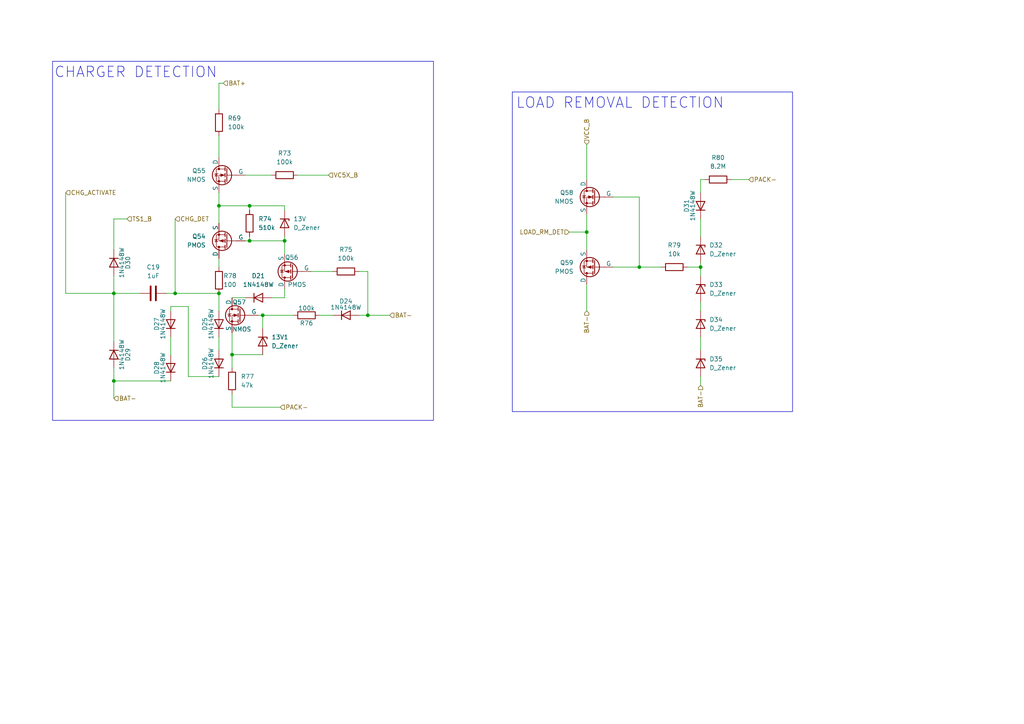
<source format=kicad_sch>
(kicad_sch (version 20231120) (generator "eeschema") (generator_version "8.0")
  (paper "A4")
  (lib_symbols
    (symbol "Device:C" (pin_numbers hide) (pin_names (offset 0.254))
      (property "Reference" "C" (at 0.635 2.54 0))
      (property "Value" "C" (at 0.635 -2.54 0))
      (symbol "C_0_1"
        (polyline (pts (xy -2.032 -0.762) (xy 2.032 -0.762)) (stroke (width 0.508)))
        (polyline (pts (xy -2.032 0.762) (xy 2.032 0.762)) (stroke (width 0.508)))
      )
      (symbol "C_1_1"
        (pin passive line (at 0 3.81 270) (length 2.794) (name "~") (number "1"))
        (pin passive line (at 0 -3.81 90) (length 2.794) (name "~") (number "2"))
      )
    )
    (symbol "Device:D_Zener" (pin_numbers hide) (pin_names (offset 1.016) hide)
      (property "Reference" "D" (at 0 2.54 0))
      (property "Value" "D_Zener" (at 0 -2.54 0))
      (symbol "D_Zener_0_1"
        (polyline (pts (xy 1.27 0) (xy -1.27 0)))
        (polyline (pts (xy -1.27 -1.27) (xy -1.27 1.27) (xy -0.762 1.27)) (stroke (width 0.254)))
        (polyline (pts (xy 1.27 -1.27) (xy 1.27 1.27) (xy -1.27 0) (xy 1.27 -1.27)) (stroke (width 0.254)))
      )
      (symbol "D_Zener_1_1"
        (pin passive line (at -3.81 0 0) (length 2.54) (name "K") (number "1"))
        (pin passive line (at 3.81 0 180) (length 2.54) (name "A") (number "2"))
      )
    )
    (symbol "Device:R" (pin_numbers hide) (pin_names (offset 0))
      (property "Reference" "R" (at 2.032 0 90))
      (property "Value" "R" (at 0 0 90))
      (symbol "R_0_1"
        (rectangle (start -1.016 -2.54) (end 1.016 2.54) (stroke (width 0.254)))
      )
      (symbol "R_1_1"
        (pin passive line (at 0 3.81 270) (length 1.27) (name "~") (number "1"))
        (pin passive line (at 0 -3.81 90) (length 1.27) (name "~") (number "2"))
      )
    )
    (symbol "Diode:1N4148W" (pin_numbers hide) (pin_names hide)
      (property "Reference" "D" (at 0 2.54 0))
      (property "Value" "1N4148W" (at 0 -2.54 0))
      (symbol "1N4148W_0_1"
        (polyline (pts (xy -1.27 1.27) (xy -1.27 -1.27)) (stroke (width 0.254)))
        (polyline (pts (xy 1.27 0) (xy -1.27 0)))
        (polyline (pts (xy 1.27 1.27) (xy 1.27 -1.27) (xy -1.27 0) (xy 1.27 1.27)) (stroke (width 0.254)))
      )
      (symbol "1N4148W_1_1"
        (pin passive line (at -3.81 0 0) (length 2.54) (name "K") (number "1"))
        (pin passive line (at 3.81 0 180) (length 2.54) (name "A") (number "2"))
      )
    )
    (symbol "Simulation_SPICE:NMOS" (pin_numbers hide) (pin_names (offset 0))
      (property "Reference" "Q" (at 5.08 1.27 0))
      (property "Value" "NMOS" (at 5.08 -1.27 0))
      (symbol "NMOS_0_1"
        (polyline (pts (xy 0.254 0) (xy -2.54 0)))
        (polyline (pts (xy 0.254 1.905) (xy 0.254 -1.905)) (stroke (width 0.254)))
        (polyline (pts (xy 0.762 -1.27) (xy 0.762 -2.286)) (stroke (width 0.254)))
        (polyline (pts (xy 0.762 0.508) (xy 0.762 -0.508)) (stroke (width 0.254)))
        (polyline (pts (xy 0.762 2.286) (xy 0.762 1.27)) (stroke (width 0.254)))
        (polyline (pts (xy 2.54 2.54) (xy 2.54 1.778)))
        (polyline (pts (xy 2.54 -2.54) (xy 2.54 0) (xy 0.762 0)))
        (polyline (pts (xy 0.762 -1.778) (xy 3.302 -1.778) (xy 3.302 1.778) (xy 0.762 1.778)))
        (polyline (pts (xy 1.016 0) (xy 2.032 0.381) (xy 2.032 -0.381) (xy 1.016 0)) (fill (type outline)))
        (polyline (pts (xy 2.794 0.508) (xy 2.921 0.381) (xy 3.683 0.381) (xy 3.81 0.254)))
        (polyline (pts (xy 3.302 0.381) (xy 2.921 -0.254) (xy 3.683 -0.254) (xy 3.302 0.381)))
        (circle (center 1.651 0) (radius 2.794) (stroke (width 0.254)))
        (circle (center 2.54 -1.778) (radius 0.254) (fill (type outline)))
        (circle (center 2.54 1.778) (radius 0.254) (fill (type outline)))
      )
      (symbol "NMOS_1_1"
        (pin passive line (at 2.54 5.08 270) (length 2.54) (name "D") (number "1"))
        (pin input line (at -5.08 0 0) (length 2.54) (name "G") (number "2"))
        (pin passive line (at 2.54 -5.08 90) (length 2.54) (name "S") (number "3"))
      )
    )
    (symbol "Simulation_SPICE:PMOS" (pin_numbers hide) (pin_names (offset 0))
      (property "Reference" "Q" (at 5.08 1.27 0))
      (property "Value" "PMOS" (at 5.08 -1.27 0))
      (symbol "PMOS_0_1"
        (polyline (pts (xy 0.254 0) (xy -2.54 0)))
        (polyline (pts (xy 0.254 1.905) (xy 0.254 -1.905)) (stroke (width 0.254)))
        (polyline (pts (xy 0.762 -1.27) (xy 0.762 -2.286)) (stroke (width 0.254)))
        (polyline (pts (xy 0.762 0.508) (xy 0.762 -0.508)) (stroke (width 0.254)))
        (polyline (pts (xy 0.762 2.286) (xy 0.762 1.27)) (stroke (width 0.254)))
        (polyline (pts (xy 2.54 2.54) (xy 2.54 1.778)))
        (polyline (pts (xy 2.54 -2.54) (xy 2.54 0) (xy 0.762 0)))
        (polyline (pts (xy 0.762 1.778) (xy 3.302 1.778) (xy 3.302 -1.778) (xy 0.762 -1.778)))
        (polyline (pts (xy 2.286 0) (xy 1.27 0.381) (xy 1.27 -0.381) (xy 2.286 0)) (fill (type outline)))
        (polyline (pts (xy 2.794 -0.508) (xy 2.921 -0.381) (xy 3.683 -0.381) (xy 3.81 -0.254)))
        (polyline (pts (xy 3.302 -0.381) (xy 2.921 0.254) (xy 3.683 0.254) (xy 3.302 -0.381)))
        (circle (center 1.651 0) (radius 2.794) (stroke (width 0.254)))
        (circle (center 2.54 -1.778) (radius 0.254) (fill (type outline)))
        (circle (center 2.54 1.778) (radius 0.254) (fill (type outline)))
      )
      (symbol "PMOS_1_1"
        (pin passive line (at 2.54 5.08 270) (length 2.54) (name "D") (number "1"))
        (pin input line (at -5.08 0 0) (length 2.54) (name "G") (number "2"))
        (pin passive line (at 2.54 -5.08 90) (length 2.54) (name "S") (number "3"))
      )
    )
  )
  (junction (at 185.42 77.47))
  (junction (at 33.02 85.09))
  (junction (at 63.5 59.69))
  (junction (at 76.2 91.44))
  (junction (at 63.5 85.09))
  (junction (at 50.8 85.09))
  (junction (at 106.68 91.44))
  (junction (at 72.39 59.69))
  (junction (at 82.55 69.85))
  (junction (at 67.31 102.87))
  (junction (at 203.2 77.47))
  (junction (at 72.39 69.85))
  (junction (at 33.02 110.49))
  (junction (at 170.18 67.31))
  (wire (pts (xy 81.28 118.11) (xy 67.31 118.11)))
  (wire (pts (xy 72.39 59.69) (xy 82.55 59.69)))
  (wire (pts (xy 90.17 78.74) (xy 96.52 78.74)))
  (wire (pts (xy 177.8 57.15) (xy 185.42 57.15)))
  (wire (pts (xy 67.31 86.36) (xy 71.12 86.36)))
  (wire (pts (xy 177.8 77.47) (xy 185.42 77.47)))
  (wire (pts (xy 76.2 102.87) (xy 67.31 102.87)))
  (wire (pts (xy 63.5 24.13) (xy 64.77 24.13)))
  (wire (pts (xy 82.55 69.85) (xy 82.55 73.66)))
  (wire (pts (xy 54.61 88.9) (xy 49.53 88.9)))
  (wire (pts (xy 63.5 109.22) (xy 54.61 109.22)))
  (wire (pts (xy 71.12 69.85) (xy 72.39 69.85)))
  (wire (pts (xy 63.5 97.79) (xy 63.5 101.6)))
  (wire (pts (xy 63.5 74.93) (xy 63.5 77.47)))
  (wire (pts (xy 63.5 55.88) (xy 63.5 59.69)))
  (wire (pts (xy 50.8 63.5) (xy 50.8 85.09)))
  (wire (pts (xy 33.02 110.49) (xy 33.02 106.68)))
  (wire (pts (xy 36.83 63.5) (xy 33.02 63.5)))
  (wire (pts (xy 82.55 60.96) (xy 82.55 59.69)))
  (wire (pts (xy 76.2 91.44) (xy 76.2 95.25)))
  (wire (pts (xy 19.05 85.09) (xy 33.02 85.09)))
  (wire (pts (xy 106.68 91.44) (xy 113.03 91.44)))
  (wire (pts (xy 78.74 86.36) (xy 82.55 86.36)))
  (wire (pts (xy 106.68 91.44) (xy 104.14 91.44)))
  (wire (pts (xy 67.31 96.52) (xy 67.31 102.87)))
  (wire (pts (xy 71.12 50.8) (xy 78.74 50.8)))
  (wire (pts (xy 48.26 85.09) (xy 50.8 85.09)))
  (wire (pts (xy 54.61 109.22) (xy 54.61 88.9)))
  (wire (pts (xy 203.2 87.63) (xy 203.2 90.17)))
  (wire (pts (xy 72.39 60.96) (xy 72.39 59.69)))
  (wire (pts (xy 86.36 50.8) (xy 95.25 50.8)))
  (wire (pts (xy 170.18 62.23) (xy 170.18 67.31)))
  (wire (pts (xy 72.39 59.69) (xy 63.5 59.69)))
  (wire (pts (xy 33.02 85.09) (xy 33.02 80.01)))
  (wire (pts (xy 212.09 52.07) (xy 217.17 52.07)))
  (wire (pts (xy 63.5 85.09) (xy 63.5 90.17)))
  (wire (pts (xy 63.5 31.75) (xy 63.5 24.13)))
  (wire (pts (xy 199.39 77.47) (xy 203.2 77.47)))
  (wire (pts (xy 203.2 77.47) (xy 203.2 76.2)))
  (wire (pts (xy 63.5 39.37) (xy 63.5 45.72)))
  (wire (pts (xy 170.18 41.91) (xy 170.18 52.07)))
  (wire (pts (xy 19.05 55.88) (xy 19.05 85.09)))
  (wire (pts (xy 49.53 110.49) (xy 33.02 110.49)))
  (wire (pts (xy 72.39 68.58) (xy 72.39 69.85)))
  (wire (pts (xy 33.02 85.09) (xy 33.02 99.06)))
  (wire (pts (xy 76.2 91.44) (xy 85.09 91.44)))
  (wire (pts (xy 170.18 82.55) (xy 170.18 90.17)))
  (wire (pts (xy 50.8 85.09) (xy 63.5 85.09)))
  (wire (pts (xy 203.2 63.5) (xy 203.2 68.58)))
  (wire (pts (xy 40.64 85.09) (xy 33.02 85.09)))
  (wire (pts (xy 203.2 55.88) (xy 203.2 52.07)))
  (wire (pts (xy 203.2 52.07) (xy 204.47 52.07)))
  (wire (pts (xy 170.18 67.31) (xy 170.18 72.39)))
  (wire (pts (xy 92.71 91.44) (xy 96.52 91.44)))
  (wire (pts (xy 33.02 63.5) (xy 33.02 72.39)))
  (wire (pts (xy 49.53 88.9) (xy 49.53 90.17)))
  (wire (pts (xy 49.53 97.79) (xy 49.53 102.87)))
  (wire (pts (xy 185.42 57.15) (xy 185.42 77.47)))
  (wire (pts (xy 82.55 86.36) (xy 82.55 83.82)))
  (wire (pts (xy 74.93 91.44) (xy 76.2 91.44)))
  (wire (pts (xy 165.1 67.31) (xy 170.18 67.31)))
  (wire (pts (xy 67.31 102.87) (xy 67.31 106.68)))
  (wire (pts (xy 106.68 78.74) (xy 106.68 91.44)))
  (wire (pts (xy 185.42 77.47) (xy 191.77 77.47)))
  (wire (pts (xy 106.68 78.74) (xy 104.14 78.74)))
  (wire (pts (xy 63.5 59.69) (xy 63.5 64.77)))
  (wire (pts (xy 82.55 68.58) (xy 82.55 69.85)))
  (wire (pts (xy 67.31 118.11) (xy 67.31 114.3)))
  (wire (pts (xy 203.2 77.47) (xy 203.2 80.01)))
  (wire (pts (xy 203.2 109.22) (xy 203.2 111.76)))
  (wire (pts (xy 72.39 69.85) (xy 82.55 69.85)))
  (wire (pts (xy 203.2 97.79) (xy 203.2 101.6)))
  (wire (pts (xy 33.02 110.49) (xy 33.02 115.57)))
  (rectangle (start 15.24 17.78) (end 125.73 121.92))
  (rectangle (start 148.59 26.67) (end 229.87 119.38))
  (text "LOAD REMOVAL DETECTION" (at 179.832 29.972 0) (effects (font (size 3.048 3.048))))
  (text "CHARGER DETECTION" (at 39.37 21.082 0) (effects (font (size 3.048 3.048))))
  (hierarchical_label "PACK-" (shape input) (at 81.28 118.11 0))
  (hierarchical_label "CHG_DET" (shape input) (at 50.8 63.5 0))
  (hierarchical_label "VC5X_B" (shape input) (at 95.25 50.8 0))
  (hierarchical_label "CHG_ACTIVATE" (shape input) (at 19.05 55.88 0))
  (hierarchical_label "TS1_B" (shape input) (at 36.83 63.5 0))
  (hierarchical_label "LOAD_RM_DET" (shape input) (at 165.1 67.31 180))
  (hierarchical_label "BAT-" (shape input) (at 203.2 111.76 270))
  (hierarchical_label "BAT-" (shape input) (at 33.02 115.57 0))
  (hierarchical_label "BAT-" (shape input) (at 170.18 90.17 270))
  (hierarchical_label "BAT-" (shape input) (at 113.03 91.44 0))
  (hierarchical_label "VCC_B" (shape input) (at 170.18 41.91 90))
  (hierarchical_label "PACK-" (shape input) (at 217.17 52.07 0))
  (hierarchical_label "BAT+" (shape input) (at 64.77 24.13 0))
  (symbol (lib_id "Device:R") (at 82.55 50.8 90) (unit 1)
    (property "Reference" "R73" (at 82.55 44.45 90))
    (property "Value" "100k" (at 82.55 46.99 90))
    (property "Description" "Resistor" (effects (hide yes)))
  )
  (symbol (lib_id "Simulation_SPICE:PMOS") (at 172.72 77.47 180) (unit 1)
    (property "Reference" "Q59" (at 166.37 76.1999 0) (effects (justify left)))
    (property "Value" "PMOS" (at 166.37 78.7399 0) (effects (justify left)))
    (property "Datasheet" "https://ngspice.sourceforge.io/docs/ngspice-html-manual/manual.xhtml#cha_MOSFETs" (effects (hide yes)))
    (property "Description" "P-MOSFET transistor, drain/source/gate" (effects (hide yes)))
    (property "Sim.Device" "PMOS" (effects (hide yes)))
    (property "Sim.Type" "VDMOS" (effects (hide yes)))
    (property "Sim.Pins" "1=D 2=G 3=S" (effects (hide yes)))
  )
  (symbol (lib_id "Device:R") (at 195.58 77.47 90) (unit 1)
    (property "Reference" "R79" (at 195.58 71.12 90))
    (property "Value" "10k" (at 195.58 73.66 90))
    (property "Description" "Resistor" (effects (hide yes)))
  )
  (symbol (lib_id "Device:R") (at 63.5 81.28 0) (unit 1)
    (property "Reference" "R78" (at 64.77 80.01 0) (effects (justify left)))
    (property "Value" "100" (at 64.77 82.55 0) (effects (justify left)))
    (property "Description" "Resistor" (effects (hide yes)))
  )
  (symbol (lib_id "Device:R") (at 208.28 52.07 90) (unit 1)
    (property "Reference" "R80" (at 208.28 45.72 90))
    (property "Value" "8.2M" (at 208.28 48.26 90))
    (property "Description" "Resistor" (effects (hide yes)))
  )
  (symbol (lib_id "Device:D_Zener") (at 203.2 72.39 270) (unit 1)
    (property "Reference" "D32" (at 205.74 71.1199 90) (effects (justify left)))
    (property "Value" "D_Zener" (at 205.74 73.6599 90) (effects (justify left)))
    (property "Description" "Zener diode" (effects (hide yes)))
  )
  (symbol (lib_id "Device:D_Zener") (at 203.2 105.41 270) (unit 1)
    (property "Reference" "D35" (at 205.74 104.1399 90) (effects (justify left)))
    (property "Value" "D_Zener" (at 205.74 106.6799 90) (effects (justify left)))
    (property "Description" "Zener diode" (effects (hide yes)))
  )
  (symbol (lib_id "Device:D_Zener") (at 76.2 99.06 270) (unit 1)
    (property "Reference" "13V1" (at 78.74 97.7899 90) (effects (justify left)))
    (property "Value" "D_Zener" (at 78.74 100.3299 90) (effects (justify left)))
    (property "Description" "Zener diode" (effects (hide yes)))
  )
  (symbol (lib_id "Diode:1N4148W") (at 33.02 102.87 270) (unit 1)
    (property "Reference" "D29" (at 37.084 102.87 0))
    (property "Value" "1N4148W" (at 35.306 102.87 0))
    (property "Footprint" "Diode_SMD:D_SOD-123" (effects (hide yes)))
    (property "Datasheet" "https://www.vishay.com/docs/85748/1n4148w.pdf" (effects (hide yes)))
    (property "Description" "75V 0.15A Fast Switching Diode, SOD-123" (effects (hide yes)))
    (property "Sim.Device" "D" (effects (hide yes)))
    (property "Sim.Pins" "1=K 2=A" (effects (hide yes)))
  )
  (symbol (lib_id "Diode:1N4148W") (at 49.53 106.68 90) (unit 1)
    (property "Reference" "D28" (at 45.466 106.68 0))
    (property "Value" "1N4148W" (at 47.244 106.68 0))
    (property "Footprint" "Diode_SMD:D_SOD-123" (effects (hide yes)))
    (property "Datasheet" "https://www.vishay.com/docs/85748/1n4148w.pdf" (effects (hide yes)))
    (property "Description" "75V 0.15A Fast Switching Diode, SOD-123" (effects (hide yes)))
    (property "Sim.Device" "D" (effects (hide yes)))
    (property "Sim.Pins" "1=K 2=A" (effects (hide yes)))
  )
  (symbol (lib_id "Device:R") (at 67.31 110.49 0) (unit 1)
    (property "Reference" "R77" (at 69.85 109.2199 0) (effects (justify left)))
    (property "Value" "47k" (at 69.85 111.7599 0) (effects (justify left)))
    (property "Description" "Resistor" (effects (hide yes)))
  )
  (symbol (lib_id "Diode:1N4148W") (at 203.2 59.69 90) (unit 1)
    (property "Reference" "D31" (at 199.136 59.69 0))
    (property "Value" "1N4148W" (at 200.914 59.69 0))
    (property "Footprint" "Diode_SMD:D_SOD-123" (effects (hide yes)))
    (property "Datasheet" "https://www.vishay.com/docs/85748/1n4148w.pdf" (effects (hide yes)))
    (property "Description" "75V 0.15A Fast Switching Diode, SOD-123" (effects (hide yes)))
    (property "Sim.Device" "D" (effects (hide yes)))
    (property "Sim.Pins" "1=K 2=A" (effects (hide yes)))
  )
  (symbol (lib_id "Device:C") (at 44.45 85.09 90) (unit 1)
    (property "Reference" "C19" (at 44.45 77.47 90))
    (property "Value" "1uF" (at 44.45 80.01 90))
    (property "Description" "Unpolarized capacitor" (effects (hide yes)))
  )
  (symbol (lib_id "Device:D_Zener") (at 82.55 64.77 270) (unit 1)
    (property "Reference" "13V" (at 85.09 63.4999 90) (effects (justify left)))
    (property "Value" "D_Zener" (at 85.09 66.0399 90) (effects (justify left)))
    (property "Description" "Zener diode" (effects (hide yes)))
  )
  (symbol (lib_id "Device:R") (at 72.39 64.77 0) (unit 1)
    (property "Reference" "R74" (at 74.93 63.4999 0) (effects (justify left)))
    (property "Value" "510k" (at 74.93 66.0399 0) (effects (justify left)))
    (property "Description" "Resistor" (effects (hide yes)))
  )
  (symbol (lib_id "Simulation_SPICE:PMOS") (at 66.04 69.85 180) (unit 1)
    (property "Reference" "Q54" (at 59.69 68.5799 0) (effects (justify left)))
    (property "Value" "PMOS" (at 59.69 71.1199 0) (effects (justify left)))
    (property "Datasheet" "https://ngspice.sourceforge.io/docs/ngspice-html-manual/manual.xhtml#cha_MOSFETs" (effects (hide yes)))
    (property "Description" "P-MOSFET transistor, drain/source/gate" (effects (hide yes)))
    (property "Sim.Device" "PMOS" (effects (hide yes)))
    (property "Sim.Type" "VDMOS" (effects (hide yes)))
    (property "Sim.Pins" "1=D 2=G 3=S" (effects (hide yes)))
  )
  (symbol (lib_id "Device:D_Zener") (at 203.2 83.82 270) (unit 1)
    (property "Reference" "D33" (at 205.74 82.5499 90) (effects (justify left)))
    (property "Value" "D_Zener" (at 205.74 85.0899 90) (effects (justify left)))
    (property "Description" "Zener diode" (effects (hide yes)))
  )
  (symbol (lib_id "Diode:1N4148W") (at 63.5 93.98 90) (unit 1)
    (property "Reference" "D25" (at 59.436 93.98 0))
    (property "Value" "1N4148W" (at 61.214 93.98 0))
    (property "Footprint" "Diode_SMD:D_SOD-123" (effects (hide yes)))
    (property "Datasheet" "https://www.vishay.com/docs/85748/1n4148w.pdf" (effects (hide yes)))
    (property "Description" "75V 0.15A Fast Switching Diode, SOD-123" (effects (hide yes)))
    (property "Sim.Device" "D" (effects (hide yes)))
    (property "Sim.Pins" "1=K 2=A" (effects (hide yes)))
  )
  (symbol (lib_id "Simulation_SPICE:NMOS") (at 172.72 57.15 0) (mirror y) (unit 1)
    (property "Reference" "Q58" (at 166.37 55.8799 0) (effects (justify left)))
    (property "Value" "NMOS" (at 166.37 58.4199 0) (effects (justify left)))
    (property "Datasheet" "https://ngspice.sourceforge.io/docs/ngspice-html-manual/manual.xhtml#cha_MOSFETs" (effects (hide yes)))
    (property "Description" "N-MOSFET transistor, drain/source/gate" (effects (hide yes)))
    (property "Sim.Device" "NMOS" (effects (hide yes)))
    (property "Sim.Type" "VDMOS" (effects (hide yes)))
    (property "Sim.Pins" "1=D 2=G 3=S" (effects (hide yes)))
  )
  (symbol (lib_id "Diode:1N4148W") (at 49.53 93.98 90) (unit 1)
    (property "Reference" "D27" (at 45.466 93.98 0))
    (property "Value" "1N4148W" (at 47.244 93.98 0))
    (property "Footprint" "Diode_SMD:D_SOD-123" (effects (hide yes)))
    (property "Datasheet" "https://www.vishay.com/docs/85748/1n4148w.pdf" (effects (hide yes)))
    (property "Description" "75V 0.15A Fast Switching Diode, SOD-123" (effects (hide yes)))
    (property "Sim.Device" "D" (effects (hide yes)))
    (property "Sim.Pins" "1=K 2=A" (effects (hide yes)))
  )
  (symbol (lib_id "Device:D_Zener") (at 203.2 93.98 270) (unit 1)
    (property "Reference" "D34" (at 205.74 92.7099 90) (effects (justify left)))
    (property "Value" "D_Zener" (at 205.74 95.2499 90) (effects (justify left)))
    (property "Description" "Zener diode" (effects (hide yes)))
  )
  (symbol (lib_id "Simulation_SPICE:NMOS") (at 66.04 50.8 0) (mirror y) (unit 1)
    (property "Reference" "Q55" (at 59.69 49.5299 0) (effects (justify left)))
    (property "Value" "NMOS" (at 59.69 52.0699 0) (effects (justify left)))
    (property "Datasheet" "https://ngspice.sourceforge.io/docs/ngspice-html-manual/manual.xhtml#cha_MOSFETs" (effects (hide yes)))
    (property "Description" "N-MOSFET transistor, drain/source/gate" (effects (hide yes)))
    (property "Sim.Device" "NMOS" (effects (hide yes)))
    (property "Sim.Type" "VDMOS" (effects (hide yes)))
    (property "Sim.Pins" "1=D 2=G 3=S" (effects (hide yes)))
  )
  (symbol (lib_id "Simulation_SPICE:PMOS") (at 85.09 78.74 180) (unit 1)
    (property "Reference" "Q56" (at 86.614 74.676 0) (effects (justify left)))
    (property "Value" "PMOS" (at 88.9 82.55 0) (effects (justify left)))
    (property "Datasheet" "https://ngspice.sourceforge.io/docs/ngspice-html-manual/manual.xhtml#cha_MOSFETs" (effects (hide yes)))
    (property "Description" "P-MOSFET transistor, drain/source/gate" (effects (hide yes)))
    (property "Sim.Device" "PMOS" (effects (hide yes)))
    (property "Sim.Type" "VDMOS" (effects (hide yes)))
    (property "Sim.Pins" "1=D 2=G 3=S" (effects (hide yes)))
  )
  (symbol (lib_id "Simulation_SPICE:NMOS") (at 69.85 91.44 0) (mirror y) (unit 1)
    (property "Reference" "Q57" (at 71.374 87.63 0) (effects (justify left)))
    (property "Value" "NMOS" (at 72.898 95.504 0) (effects (justify left)))
    (property "Datasheet" "https://ngspice.sourceforge.io/docs/ngspice-html-manual/manual.xhtml#cha_MOSFETs" (effects (hide yes)))
    (property "Description" "N-MOSFET transistor, drain/source/gate" (effects (hide yes)))
    (property "Sim.Device" "NMOS" (effects (hide yes)))
    (property "Sim.Type" "VDMOS" (effects (hide yes)))
    (property "Sim.Pins" "1=D 2=G 3=S" (effects (hide yes)))
  )
  (symbol (lib_id "Device:R") (at 63.5 35.56 0) (unit 1)
    (property "Reference" "R69" (at 66.04 34.2899 0) (effects (justify left)))
    (property "Value" "100k" (at 66.04 36.8299 0) (effects (justify left)))
    (property "Description" "Resistor" (effects (hide yes)))
  )
  (symbol (lib_id "Device:R") (at 88.9 91.44 90) (unit 1)
    (property "Reference" "R76" (at 88.9 93.726 90))
    (property "Value" "100k" (at 88.9 89.408 90))
    (property "Description" "Resistor" (effects (hide yes)))
  )
  (symbol (lib_id "Diode:1N4148W") (at 33.02 76.2 270) (unit 1)
    (property "Reference" "D30" (at 37.084 76.2 0))
    (property "Value" "1N4148W" (at 35.306 76.2 0))
    (property "Footprint" "Diode_SMD:D_SOD-123" (effects (hide yes)))
    (property "Datasheet" "https://www.vishay.com/docs/85748/1n4148w.pdf" (effects (hide yes)))
    (property "Description" "75V 0.15A Fast Switching Diode, SOD-123" (effects (hide yes)))
    (property "Sim.Device" "D" (effects (hide yes)))
    (property "Sim.Pins" "1=K 2=A" (effects (hide yes)))
  )
  (symbol (lib_id "Diode:1N4148W") (at 74.93 86.36 0) (unit 1)
    (property "Reference" "D21" (at 74.93 80.01 0))
    (property "Value" "1N4148W" (at 74.93 82.55 0))
    (property "Footprint" "Diode_SMD:D_SOD-123" (effects (hide yes)))
    (property "Datasheet" "https://www.vishay.com/docs/85748/1n4148w.pdf" (effects (hide yes)))
    (property "Description" "75V 0.15A Fast Switching Diode, SOD-123" (effects (hide yes)))
    (property "Sim.Device" "D" (effects (hide yes)))
    (property "Sim.Pins" "1=K 2=A" (effects (hide yes)))
  )
  (symbol (lib_id "Diode:1N4148W") (at 63.5 105.41 90) (unit 1)
    (property "Reference" "D26" (at 59.436 105.41 0))
    (property "Value" "1N4148W" (at 61.214 105.41 0))
    (property "Footprint" "Diode_SMD:D_SOD-123" (effects (hide yes)))
    (property "Datasheet" "https://www.vishay.com/docs/85748/1n4148w.pdf" (effects (hide yes)))
    (property "Description" "75V 0.15A Fast Switching Diode, SOD-123" (effects (hide yes)))
    (property "Sim.Device" "D" (effects (hide yes)))
    (property "Sim.Pins" "1=K 2=A" (effects (hide yes)))
  )
  (symbol (lib_id "Device:R") (at 100.33 78.74 90) (unit 1)
    (property "Reference" "R75" (at 100.33 72.39 90))
    (property "Value" "100k" (at 100.33 74.93 90))
    (property "Description" "Resistor" (effects (hide yes)))
  )
  (symbol (lib_id "Diode:1N4148W") (at 100.33 91.44 0) (unit 1)
    (property "Reference" "D24" (at 100.33 87.376 0))
    (property "Value" "1N4148W" (at 100.33 89.154 0))
    (property "Footprint" "Diode_SMD:D_SOD-123" (effects (hide yes)))
    (property "Datasheet" "https://www.vishay.com/docs/85748/1n4148w.pdf" (effects (hide yes)))
    (property "Description" "75V 0.15A Fast Switching Diode, SOD-123" (effects (hide yes)))
    (property "Sim.Device" "D" (effects (hide yes)))
    (property "Sim.Pins" "1=K 2=A" (effects (hide yes)))
  )
)
</source>
